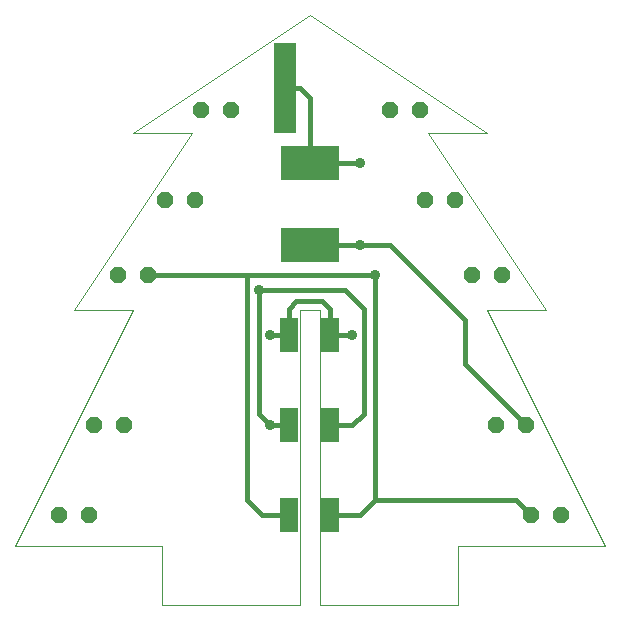
<source format=gtl>
G75*
G70*
%OFA0B0*%
%FSLAX24Y24*%
%IPPOS*%
%LPD*%
%AMOC8*
5,1,8,0,0,1.08239X$1,22.5*
%
%ADD10C,0.0000*%
%ADD11OC8,0.0520*%
%ADD12R,0.1969X0.1181*%
%ADD13R,0.0591X0.1181*%
%ADD14R,0.0750X0.3000*%
%ADD15C,0.0160*%
%ADD16C,0.0357*%
D10*
X000111Y002079D02*
X004048Y009953D01*
X002079Y009953D01*
X006016Y015859D01*
X004048Y015859D01*
X009953Y019796D01*
X015859Y015859D01*
X013890Y015859D01*
X017827Y009953D01*
X015859Y009953D01*
X019796Y002079D01*
X014890Y002079D01*
X014890Y000111D01*
X010288Y000111D01*
X010288Y009953D01*
X009619Y009953D01*
X009619Y000111D01*
X005016Y000111D01*
X005016Y002079D01*
X000111Y002079D01*
D11*
X001579Y003111D03*
X002579Y003111D03*
X002760Y006111D03*
X003760Y006111D03*
X003548Y011111D03*
X004548Y011111D03*
X005123Y013611D03*
X006123Y013611D03*
X006304Y016611D03*
X007304Y016611D03*
X012603Y016611D03*
X013603Y016611D03*
X013784Y013611D03*
X014784Y013611D03*
X015359Y011111D03*
X016359Y011111D03*
X016146Y006111D03*
X017146Y006111D03*
X017327Y003111D03*
X018327Y003111D03*
D12*
X009953Y012111D03*
X009953Y014861D03*
D13*
X010611Y009111D03*
X009236Y009111D03*
X009236Y006111D03*
X010611Y006111D03*
X010611Y003111D03*
X009236Y003111D03*
D14*
X009111Y017361D03*
D15*
X009611Y017361D01*
X009953Y017018D01*
X009953Y014861D01*
X011611Y014861D01*
X011611Y012111D02*
X009953Y012111D01*
X011111Y010611D02*
X008236Y010611D01*
X008236Y006486D01*
X008611Y006111D01*
X009236Y006111D01*
X010611Y006111D02*
X011361Y006111D01*
X011736Y006486D01*
X011736Y009986D01*
X011111Y010611D01*
X010611Y009986D02*
X010361Y010236D01*
X009486Y010236D01*
X009236Y009986D01*
X009236Y009111D01*
X008611Y009111D01*
X007861Y011111D02*
X012111Y011111D01*
X012111Y003611D01*
X016827Y003611D01*
X017327Y003111D01*
X017146Y006111D02*
X015111Y008146D01*
X015111Y009611D01*
X012611Y012111D01*
X011611Y012111D01*
X010611Y009986D02*
X010611Y009111D01*
X011361Y009111D01*
X007861Y011111D02*
X007861Y003611D01*
X008361Y003111D01*
X009236Y003111D01*
X010611Y003111D02*
X011611Y003111D01*
X012111Y003611D01*
X007861Y011111D02*
X004548Y011111D01*
D16*
X008236Y010611D03*
X008611Y009111D03*
X011361Y009111D03*
X012111Y011111D03*
X011611Y012111D03*
X011611Y014861D03*
X008611Y006111D03*
M02*

</source>
